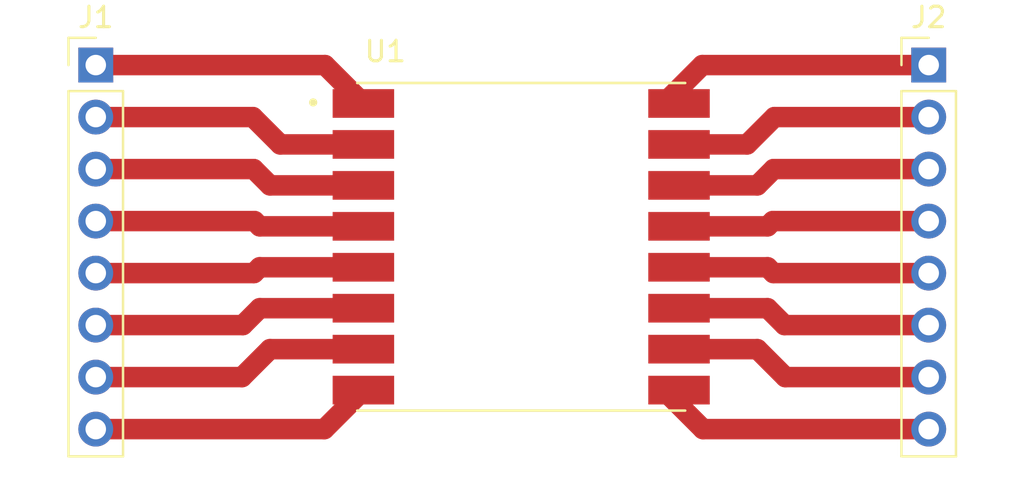
<source format=kicad_pcb>
(kicad_pcb (version 20240108) (generator "pcbnew") (generator_version "8.0")
  (layers (0 "F.Cu" signal) (31 "B.Cu" signal) (34 "B.Paste" user) (35 "F.Paste" user) (36 "B.SilkS" user "B.Silkscreen") (37 "F.SilkS" user "F.Silkscreen") (38 "B.Mask" user) (39 "F.Mask" user) (44 "Edge.Cuts" user))
  (net 0 "")
  (net 1 "GND")
  (footprint "Connector_PinHeader_2.54mm:PinHeader_1x08_P2.54mm_Vertical" (layer "F.Cu") (at 147.09375 21.88)
    (property "Reference" "J1" (at 0 -2.33 0) (layer "F.SilkS"))
    (property "Value" "Conn_01x08")
    (fp_line (start -1.33 -1.33) (end 0 -1.33) (stroke (width 0.12)) (layer "F.SilkS"))
    (fp_line (start -1.33 0) (end -1.33 -1.33) (stroke (width 0.12)) (layer "F.SilkS"))
    (fp_line (start -1.33 1.27) (end -1.33 19.11) (stroke (width 0.12)) (layer "F.SilkS"))
    (fp_line (start -1.33 1.27) (end 1.33 1.27) (stroke (width 0.12)) (layer "F.SilkS"))
    (fp_line (start -1.33 19.11) (end 1.33 19.11) (stroke (width 0.12)) (layer "F.SilkS"))
    (fp_line (start 1.33 1.27) (end 1.33 19.11) (stroke (width 0.12)) (layer "F.SilkS"))
    (pad "1" thru_hole rect (at 0 0) (size 1.7 1.7) (drill 1) (layers "*.Cu" "*.Mask") (net 1 "GND"))
    (pad "2" thru_hole oval (at 0 2.54) (size 1.7 1.7) (drill 1) (layers "*.Cu" "*.Mask") (net 1 "GND"))
    (pad "3" thru_hole oval (at 0 5.08) (size 1.7 1.7) (drill 1) (layers "*.Cu" "*.Mask") (net 1 "GND"))
    (pad "4" thru_hole oval (at 0 7.62) (size 1.7 1.7) (drill 1) (layers "*.Cu" "*.Mask") (net 1 "GND"))
    (pad "5" thru_hole oval (at 0 10.16) (size 1.7 1.7) (drill 1) (layers "*.Cu" "*.Mask") (net 1 "GND"))
    (pad "6" thru_hole oval (at 0 12.7) (size 1.7 1.7) (drill 1) (layers "*.Cu" "*.Mask") (net 1 "GND"))
    (pad "7" thru_hole oval (at 0 15.24) (size 1.7 1.7) (drill 1) (layers "*.Cu" "*.Mask") (net 1 "GND"))
    (pad "8" thru_hole oval (at 0 17.78) (size 1.7 1.7) (drill 1) (layers "*.Cu" "*.Mask") (net 1 "GND"))
  )
  (footprint "Connector_PinHeader_2.54mm:PinHeader_1x08_P2.54mm_Vertical" (layer "F.Cu") (at 187.73375 21.88)
    (property "Reference" "J2" (at 0 -2.33 0) (layer "F.SilkS"))
    (property "Value" "Conn_01x08")
    (fp_line (start -1.33 -1.33) (end 0 -1.33) (stroke (width 0.12)) (layer "F.SilkS"))
    (fp_line (start -1.33 0) (end -1.33 -1.33) (stroke (width 0.12)) (layer "F.SilkS"))
    (fp_line (start -1.33 1.27) (end -1.33 19.11) (stroke (width 0.12)) (layer "F.SilkS"))
    (fp_line (start -1.33 1.27) (end 1.33 1.27) (stroke (width 0.12)) (layer "F.SilkS"))
    (fp_line (start -1.33 19.11) (end 1.33 19.11) (stroke (width 0.12)) (layer "F.SilkS"))
    (fp_line (start 1.33 1.27) (end 1.33 19.11) (stroke (width 0.12)) (layer "F.SilkS"))
    (pad "1" thru_hole rect (at 0 0) (size 1.7 1.7) (drill 1) (layers "*.Cu" "*.Mask") (net 1 "GND"))
    (pad "2" thru_hole oval (at 0 2.54) (size 1.7 1.7) (drill 1) (layers "*.Cu" "*.Mask") (net 1 "GND"))
    (pad "3" thru_hole oval (at 0 5.08) (size 1.7 1.7) (drill 1) (layers "*.Cu" "*.Mask") (net 1 "GND"))
    (pad "4" thru_hole oval (at 0 7.62) (size 1.7 1.7) (drill 1) (layers "*.Cu" "*.Mask") (net 1 "GND"))
    (pad "5" thru_hole oval (at 0 10.16) (size 1.7 1.7) (drill 1) (layers "*.Cu" "*.Mask") (net 1 "GND"))
    (pad "6" thru_hole oval (at 0 12.7) (size 1.7 1.7) (drill 1) (layers "*.Cu" "*.Mask") (net 1 "GND"))
    (pad "7" thru_hole oval (at 0 15.24) (size 1.7 1.7) (drill 1) (layers "*.Cu" "*.Mask") (net 1 "GND"))
    (pad "8" thru_hole oval (at 0 17.78) (size 1.7 1.7) (drill 1) (layers "*.Cu" "*.Mask") (net 1 "GND"))
  )
  (footprint "RFM95W-915S2:XCVR_RFM95W-915S2" (layer "F.Cu") (at 167.85125 30.755)
    (property "Reference" "U1" (at -6.63079 -9.54026 0) (layer "F.SilkS"))
    (property "Value" "RFM95W-915S2")
    (fp_line (start -8 -8) (end 8 -8) (stroke (width 0.127)) (layer "F.SilkS"))
    (fp_line (start -8 8) (end 8 8) (stroke (width 0.127)) (layer "F.SilkS"))
    (fp_circle (center -10.15 -7.05) (end -10.05 -7.05) (stroke (width 0.2)) (fill none) (layer "F.SilkS"))
    (pad "1" smd rect (at -7.7 -7) (size 3 1.4) (layers "F.Cu" "F.Paste" "F.Mask") (net 1 "GND"))
    (pad "2" smd rect (at -7.7 -5) (size 3 1.4) (layers "F.Cu" "F.Paste" "F.Mask") (net 1 "GND"))
    (pad "3" smd rect (at -7.7 -3) (size 3 1.4) (layers "F.Cu" "F.Paste" "F.Mask") (net 1 "GND"))
    (pad "4" smd rect (at -7.7 -1) (size 3 1.4) (layers "F.Cu" "F.Paste" "F.Mask") (net 1 "GND"))
    (pad "5" smd rect (at -7.7 1) (size 3 1.4) (layers "F.Cu" "F.Paste" "F.Mask") (net 1 "GND"))
    (pad "6" smd rect (at -7.7 3) (size 3 1.4) (layers "F.Cu" "F.Paste" "F.Mask") (net 1 "GND"))
    (pad "7" smd rect (at -7.7 5) (size 3 1.4) (layers "F.Cu" "F.Paste" "F.Mask") (net 1 "GND"))
    (pad "8" smd rect (at -7.7 7) (size 3 1.4) (layers "F.Cu" "F.Paste" "F.Mask") (net 1 "GND"))
    (pad "9" smd rect (at 7.7 7) (size 3 1.4) (layers "F.Cu" "F.Paste" "F.Mask") (net 1 "GND"))
    (pad "10" smd rect (at 7.7 5) (size 3 1.4) (layers "F.Cu" "F.Paste" "F.Mask") (net 1 "GND"))
    (pad "11" smd rect (at 7.7 3) (size 3 1.4) (layers "F.Cu" "F.Paste" "F.Mask") (net 1 "GND"))
    (pad "12" smd rect (at 7.7 1) (size 3 1.4) (layers "F.Cu" "F.Paste" "F.Mask") (net 1 "GND"))
    (pad "13" smd rect (at 7.7 -1) (size 3 1.4) (layers "F.Cu" "F.Paste" "F.Mask") (net 1 "GND"))
    (pad "14" smd rect (at 7.7 -3) (size 3 1.4) (layers "F.Cu" "F.Paste" "F.Mask") (net 1 "GND"))
    (pad "15" smd rect (at 7.7 -5) (size 3 1.4) (layers "F.Cu" "F.Paste" "F.Mask") (net 1 "GND"))
    (pad "16" smd rect (at 7.7 -7) (size 3 1.4) (layers "F.Cu" "F.Paste" "F.Mask") (net 1 "GND"))
  )
  (segment (start 179.8725 31.755) (end 174.815 31.755) (width 1) (layer "F.Cu") (net 1))
  (segment (start 179.8725 29.755) (end 174.815 29.755) (width 1) (layer "F.Cu") (net 1))
  (segment (start 155.09375 31.755) (end 160.15125 31.755) (width 1) (layer "F.Cu") (net 1))
  (segment (start 179.8725 33.755) (end 174.815 33.755) (width 1) (layer "F.Cu") (net 1))
  (segment (start 180.6975 34.58) (end 179.8725 33.755) (width 1) (layer "F.Cu") (net 1))
  (segment (start 147.09375 26.96) (end 154.79875 26.96) (width 1) (layer "F.Cu") (net 1))
  (segment (start 158.27625 21.88) (end 160.15125 23.755) (width 1) (layer "F.Cu") (net 1))
  (segment (start 180.1275 29.5) (end 179.8725 29.755) (width 1) (layer "F.Cu") (net 1))
  (segment (start 187.8725 26.96) (end 180.1675 26.96) (width 1) (layer "F.Cu") (net 1))
  (segment (start 147.09375 39.66) (end 158.24625 39.66) (width 1) (layer "F.Cu") (net 1))
  (segment (start 176.69 21.88) (end 174.815 23.755) (width 1) (layer "F.Cu") (net 1))
  (segment (start 180.1675 26.96) (end 179.3725 27.755) (width 1) (layer "F.Cu") (net 1))
  (segment (start 179.3725 35.755) (end 174.815 35.755) (width 1) (layer "F.Cu") (net 1))
  (segment (start 154.79875 26.96) (end 155.59375 27.755) (width 1) (layer "F.Cu") (net 1))
  (segment (start 147.09375 21.88) (end 158.27625 21.88) (width 1) (layer "F.Cu") (net 1))
  (segment (start 147.09375 34.58) (end 154.26875 34.58) (width 1) (layer "F.Cu") (net 1))
  (segment (start 187.8725 37.12) (end 180.7375 37.12) (width 1) (layer "F.Cu") (net 1))
  (segment (start 178.8725 25.755) (end 174.815 25.755) (width 1) (layer "F.Cu") (net 1))
  (segment (start 155.59375 27.755) (end 160.15125 27.755) (width 1) (layer "F.Cu") (net 1))
  (segment (start 176.72 39.66) (end 174.815 37.755) (width 1) (layer "F.Cu") (net 1))
  (segment (start 179.3725 27.755) (end 174.815 27.755) (width 1) (layer "F.Cu") (net 1))
  (segment (start 187.8725 34.58) (end 180.6975 34.58) (width 1) (layer "F.Cu") (net 1))
  (segment (start 187.8725 24.42) (end 180.2075 24.42) (width 1) (layer "F.Cu") (net 1))
  (segment (start 154.80875 32.04) (end 155.09375 31.755) (width 1) (layer "F.Cu") (net 1))
  (segment (start 154.83875 29.5) (end 155.09375 29.755) (width 1) (layer "F.Cu") (net 1))
  (segment (start 155.09375 29.755) (end 160.15125 29.755) (width 1) (layer "F.Cu") (net 1))
  (segment (start 187.8725 29.5) (end 180.1275 29.5) (width 1) (layer "F.Cu") (net 1))
  (segment (start 187.8725 32.04) (end 180.1575 32.04) (width 1) (layer "F.Cu") (net 1))
  (segment (start 158.24625 39.66) (end 160.15125 37.755) (width 1) (layer "F.Cu") (net 1))
  (segment (start 187.8725 21.88) (end 176.69 21.88) (width 1) (layer "F.Cu") (net 1))
  (segment (start 147.09375 29.5) (end 154.83875 29.5) (width 1) (layer "F.Cu") (net 1))
  (segment (start 155.09375 33.755) (end 160.15125 33.755) (width 1) (layer "F.Cu") (net 1))
  (segment (start 154.22875 37.12) (end 155.59375 35.755) (width 1) (layer "F.Cu") (net 1))
  (segment (start 154.75875 24.42) (end 156.09375 25.755) (width 1) (layer "F.Cu") (net 1))
  (segment (start 180.1575 32.04) (end 179.8725 31.755) (width 1) (layer "F.Cu") (net 1))
  (segment (start 180.7375 37.12) (end 179.3725 35.755) (width 1) (layer "F.Cu") (net 1))
  (segment (start 147.09375 24.42) (end 154.75875 24.42) (width 1) (layer "F.Cu") (net 1))
  (segment (start 156.09375 25.755) (end 160.15125 25.755) (width 1) (layer "F.Cu") (net 1))
  (segment (start 155.59375 35.755) (end 160.15125 35.755) (width 1) (layer "F.Cu") (net 1))
  (segment (start 187.8725 39.66) (end 176.72 39.66) (width 1) (layer "F.Cu") (net 1))
  (segment (start 147.09375 32.04) (end 154.80875 32.04) (width 1) (layer "F.Cu") (net 1))
  (segment (start 154.26875 34.58) (end 155.09375 33.755) (width 1) (layer "F.Cu") (net 1))
  (segment (start 180.2075 24.42) (end 178.8725 25.755) (width 1) (layer "F.Cu") (net 1))
  (segment (start 147.09375 37.12) (end 154.22875 37.12) (width 1) (layer "F.Cu") (net 1))
)
</source>
